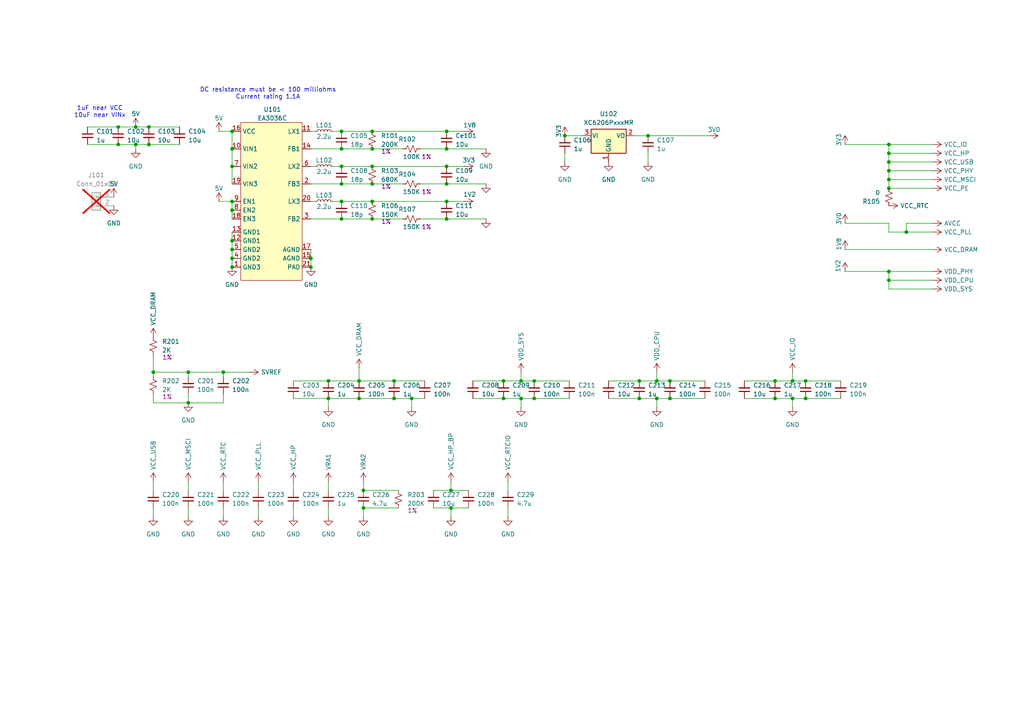
<source format=kicad_sch>
(kicad_sch (version 20231120) (generator "eeschema") (generator_version "8.0")
  (paper "A4")
  (title_block (date "2024-03-23"))
  (lib_symbols
    (symbol "Connector_Generic:Conn_01x02" (pin_names (offset 1.016) hide)
      (property "Reference" "J" (at 0 2.54 0))
      (property "Value" "Conn_01x02" (at 0 -5.08 0))
      (symbol "Conn_01x02_1_1"
        (rectangle (start -1.27 -2.413) (end 0 -2.667) (stroke (width 0.1524)))
        (rectangle (start -1.27 0.127) (end 0 -0.127) (stroke (width 0.1524)))
        (rectangle (start -1.27 1.27) (end 1.27 -3.81) (stroke (width 0.254)) (fill (type background)))
        (pin passive line (at -5.08 0 0) (length 3.81) (name "Pin_1") (number "1"))
        (pin passive line (at -5.08 -2.54 0) (length 3.81) (name "Pin_2") (number "2"))
      )
    )
    (symbol "Device:C_Small" (pin_numbers hide) (pin_names (offset 0.254) hide)
      (property "Reference" "C" (at 0.254 1.778 0))
      (property "Value" "C_Small" (at 0.254 -2.032 0))
      (symbol "C_Small_0_1"
        (polyline (pts (xy -1.524 -0.508) (xy 1.524 -0.508)) (stroke (width 0.3302)))
        (polyline (pts (xy -1.524 0.508) (xy 1.524 0.508)) (stroke (width 0.3048)))
      )
      (symbol "C_Small_1_1"
        (pin passive line (at 0 2.54 270) (length 2.032) (name "~") (number "1"))
        (pin passive line (at 0 -2.54 90) (length 2.032) (name "~") (number "2"))
      )
    )
    (symbol "Device:L_Small" (pin_numbers hide) (pin_names (offset 0.254) hide)
      (property "Reference" "L" (at 0.762 1.016 0))
      (property "Value" "L_Small" (at 0.762 -1.016 0))
      (symbol "L_Small_0_1"
        (arc (start 0 -2.032) (mid 0.5058 -1.524) (end 0 -1.016))
        (arc (start 0 -1.016) (mid 0.5058 -0.508) (end 0 0))
        (arc (start 0 0) (mid 0.5058 0.508) (end 0 1.016))
        (arc (start 0 1.016) (mid 0.5058 1.524) (end 0 2.032))
      )
      (symbol "L_Small_1_1"
        (pin passive line (at 0 2.54 270) (length 0.508) (name "~") (number "1"))
        (pin passive line (at 0 -2.54 90) (length 0.508) (name "~") (number "2"))
      )
    )
    (symbol "Device:R_Small_US" (pin_numbers hide) (pin_names (offset 0.254) hide)
      (property "Reference" "R" (at 0.762 0.508 0))
      (property "Value" "R_Small_US" (at 0.762 -1.016 0))
      (symbol "R_Small_US_1_1"
        (polyline (pts (xy 0 0) (xy 1.016 -0.381) (xy 0 -0.762) (xy -1.016 -1.143) (xy 0 -1.524)))
        (polyline (pts (xy 0 1.524) (xy 1.016 1.143) (xy 0 0.762) (xy -1.016 0.381) (xy 0 0)))
        (pin passive line (at 0 2.54 270) (length 1.016) (name "~") (number "1"))
        (pin passive line (at 0 -2.54 90) (length 1.016) (name "~") (number "2"))
      )
    )
    (symbol "Regulator_Linear:XC6206PxxxMR" (pin_names (offset 0.254))
      (property "Reference" "U" (at -3.81 3.175 0))
      (property "Value" "XC6206PxxxMR" (at 0 3.175 0))
      (symbol "XC6206PxxxMR_0_1"
        (rectangle (start -5.08 1.905) (end 5.08 -5.08) (stroke (width 0.254)) (fill (type background)))
      )
      (symbol "XC6206PxxxMR_1_1"
        (pin power_in line (at 0 -7.62 90) (length 2.54) (name "GND") (number "1"))
        (pin power_out line (at 7.62 0 180) (length 2.54) (name "VO") (number "2"))
        (pin power_in line (at -7.62 0 0) (length 2.54) (name "VI") (number "3"))
      )
    )
    (symbol "power:GND" (power) (pin_numbers hide) (pin_names (offset 0) hide)
      (property "Value" "GND" (at 0 -3.81 0))
      (symbol "GND_0_1"
        (polyline (pts (xy 0 0) (xy 0 -1.27) (xy 1.27 -1.27) (xy 0 -2.54) (xy -1.27 -1.27) (xy 0 -1.27)))
      )
      (symbol "GND_1_1"
        (pin power_in line (at 0 0 270) (length 0) (name "~") (number "1"))
      )
    )
    (symbol "power:VCC" (power) (pin_numbers hide) (pin_names (offset 0) hide)
      (property "Value" "VCC" (at 0 3.556 0))
      (symbol "VCC_0_1"
        (polyline (pts (xy -0.762 1.27) (xy 0 2.54)))
        (polyline (pts (xy 0 0) (xy 0 2.54)))
        (polyline (pts (xy 0 2.54) (xy 0.762 1.27)))
      )
      (symbol "VCC_1_1"
        (pin power_in line (at 0 0 90) (length 0) (name "~") (number "1"))
      )
    )
    (symbol "v3s-devboard-module:EA3036C"
      (property "Reference" "U" (at 0 16.51 0))
      (property "Value" "EA3036C" (at -5.08 -31.75 0))
      (symbol "EA3036C_0_1"
        (rectangle (start -8.89 15.24) (end 8.89 -30.48) (fill (type background)))
        (pin unspecified line (at -11.43 -26.67 0) (length 2.54) (name "GND3") (number "1"))
        (pin unspecified line (at -11.43 7.62 0) (length 2.54) (name "VIN1") (number "10"))
        (pin unspecified line (at 11.43 12.7 180) (length 2.54) (name "LX1") (number "11"))
        (pin unspecified line (at -11.43 -19.05 0) (length 2.54) (name "GND1") (number "12"))
        (pin unspecified line (at -11.43 -16.51 0) (length 2.54) (name "GND1") (number "13"))
        (pin unspecified line (at 11.43 7.62 180) (length 2.54) (name "FB1") (number "14"))
        (pin unspecified line (at 11.43 -24.13 180) (length 2.54) (name "AGND") (number "15"))
        (pin unspecified line (at -11.43 12.7 0) (length 2.54) (name "VCC") (number "16"))
        (pin unspecified line (at 11.43 -21.59 180) (length 2.54) (name "AGND") (number "17"))
        (pin unspecified line (at -11.43 -12.7 0) (length 2.54) (name "EN3") (number "18"))
        (pin unspecified line (at -11.43 -2.54 0) (length 2.54) (name "VIN3") (number "19"))
        (pin unspecified line (at 11.43 -2.54 180) (length 2.54) (name "FB3") (number "2"))
        (pin unspecified line (at 11.43 -7.62 180) (length 2.54) (name "LX3") (number "20"))
        (pin unspecified line (at 11.43 -26.67 180) (length 2.54) (name "PAD") (number "21"))
        (pin unspecified line (at 11.43 -12.7 180) (length 2.54) (name "FB2") (number "3"))
        (pin unspecified line (at -11.43 -24.13 0) (length 2.54) (name "GND2") (number "4"))
        (pin unspecified line (at -11.43 -21.59 0) (length 2.54) (name "GND2") (number "5"))
        (pin unspecified line (at 11.43 2.54 180) (length 2.54) (name "LX2") (number "6"))
        (pin unspecified line (at -11.43 2.54 0) (length 2.54) (name "VIN2") (number "7"))
        (pin unspecified line (at -11.43 -10.16 0) (length 2.54) (name "EN2") (number "8"))
        (pin unspecified line (at -11.43 -7.62 0) (length 2.54) (name "EN1") (number "9"))
      )
    )
  )
  (junction (at 67.31 74.93))
  (junction (at 107.95 48.26))
  (junction (at 34.29 36.83))
  (junction (at 64.77 107.95))
  (junction (at 105.41 147.32))
  (junction (at 107.95 43.18))
  (junction (at 67.31 77.47))
  (junction (at 146.05 115.57))
  (junction (at 119.38 115.57))
  (junction (at 151.13 115.57))
  (junction (at 262.89 67.31))
  (junction (at 229.87 115.57))
  (junction (at 104.14 115.57))
  (junction (at 190.5 110.49))
  (junction (at 67.31 43.18))
  (junction (at 129.54 58.42))
  (junction (at 190.5 115.57))
  (junction (at 99.06 38.1))
  (junction (at 257.81 52.07))
  (junction (at 39.37 36.83))
  (junction (at 257.81 78.74))
  (junction (at 257.81 49.53))
  (junction (at 67.31 48.26))
  (junction (at 129.54 48.26))
  (junction (at 114.3 110.49))
  (junction (at 257.81 81.28))
  (junction (at 185.42 110.49))
  (junction (at 185.42 115.57))
  (junction (at 44.45 107.95))
  (junction (at 224.79 110.49))
  (junction (at 233.68 115.57))
  (junction (at 99.06 48.26))
  (junction (at 130.81 142.24))
  (junction (at 257.81 46.99))
  (junction (at 130.81 147.32))
  (junction (at 154.94 110.49))
  (junction (at 90.17 77.47))
  (junction (at 54.61 116.84))
  (junction (at 105.41 142.24))
  (junction (at 99.06 58.42))
  (junction (at 129.54 53.34))
  (junction (at 154.94 115.57))
  (junction (at 104.14 110.49))
  (junction (at 107.95 53.34))
  (junction (at 67.31 69.85))
  (junction (at 146.05 110.49))
  (junction (at 194.31 115.57))
  (junction (at 34.29 41.91))
  (junction (at 129.54 38.1))
  (junction (at 257.81 54.61))
  (junction (at 129.54 63.5))
  (junction (at 99.06 53.34))
  (junction (at 95.25 110.49))
  (junction (at 129.54 43.18))
  (junction (at 67.31 60.96))
  (junction (at 163.83 39.37))
  (junction (at 233.68 110.49))
  (junction (at 151.13 110.49))
  (junction (at 229.87 110.49))
  (junction (at 99.06 43.18))
  (junction (at 43.18 41.91))
  (junction (at 257.81 41.91))
  (junction (at 194.31 110.49))
  (junction (at 67.31 58.42))
  (junction (at 187.96 39.37))
  (junction (at 99.06 63.5))
  (junction (at 43.18 36.83))
  (junction (at 67.31 72.39))
  (junction (at 90.17 74.93))
  (junction (at 107.95 63.5))
  (junction (at 224.79 115.57))
  (junction (at 54.61 107.95))
  (junction (at 39.37 41.91))
  (junction (at 107.95 58.42))
  (junction (at 114.3 115.57))
  (junction (at 107.95 38.1))
  (junction (at 67.31 38.1))
  (junction (at 257.81 44.45))
  (junction (at 95.25 115.57))
  (wire (pts (xy 257.81 49.53) (xy 270.51 49.53)))
  (wire (pts (xy 257.81 52.07) (xy 257.81 54.61)))
  (wire (pts (xy 257.81 54.61) (xy 270.51 54.61)))
  (wire (pts (xy 64.77 107.95) (xy 72.39 107.95)))
  (wire (pts (xy 229.87 110.49) (xy 233.68 110.49)))
  (wire (pts (xy 245.11 78.74) (xy 257.81 78.74)))
  (wire (pts (xy 215.9 110.49) (xy 224.79 110.49)))
  (wire (pts (xy 257.81 41.91) (xy 270.51 41.91)))
  (wire (pts (xy 129.54 38.1) (xy 134.62 38.1)))
  (wire (pts (xy 187.96 44.45) (xy 187.96 46.99)))
  (wire (pts (xy 44.45 109.22) (xy 44.45 107.95)))
  (wire (pts (xy 257.81 52.07) (xy 270.51 52.07)))
  (wire (pts (xy 190.5 115.57) (xy 190.5 118.11)))
  (wire (pts (xy 44.45 116.84) (xy 44.45 114.3)))
  (wire (pts (xy 107.95 38.1) (xy 129.54 38.1)))
  (wire (pts (xy 85.09 147.32) (xy 85.09 149.86)))
  (wire (pts (xy 151.13 115.57) (xy 154.94 115.57)))
  (wire (pts (xy 257.81 46.99) (xy 257.81 49.53)))
  (wire (pts (xy 121.92 63.5) (xy 129.54 63.5)))
  (wire (pts (xy 67.31 72.39) (xy 67.31 74.93)))
  (wire (pts (xy 67.31 69.85) (xy 67.31 72.39)))
  (wire (pts (xy 151.13 110.49) (xy 154.94 110.49)))
  (wire (pts (xy 194.31 110.49) (xy 204.47 110.49)))
  (wire (pts (xy 257.81 83.82) (xy 270.51 83.82)))
  (wire (pts (xy 44.45 139.7) (xy 44.45 142.24)))
  (wire (pts (xy 95.25 115.57) (xy 104.14 115.57)))
  (wire (pts (xy 187.96 39.37) (xy 205.74 39.37)))
  (wire (pts (xy 85.09 110.49) (xy 95.25 110.49)))
  (wire (pts (xy 67.31 74.93) (xy 67.31 77.47)))
  (wire (pts (xy 95.25 115.57) (xy 95.25 118.11)))
  (wire (pts (xy 90.17 63.5) (xy 99.06 63.5)))
  (wire (pts (xy 85.09 139.7) (xy 85.09 142.24)))
  (wire (pts (xy 129.54 58.42) (xy 134.62 58.42)))
  (wire (pts (xy 96.52 38.1) (xy 99.06 38.1)))
  (wire (pts (xy 25.4 36.83) (xy 34.29 36.83)))
  (wire (pts (xy 107.95 63.5) (xy 116.84 63.5)))
  (wire (pts (xy 137.16 115.57) (xy 146.05 115.57)))
  (wire (pts (xy 229.87 107.95) (xy 229.87 110.49)))
  (wire (pts (xy 99.06 58.42) (xy 107.95 58.42)))
  (wire (pts (xy 90.17 74.93) (xy 90.17 77.47)))
  (wire (pts (xy 67.31 48.26) (xy 67.31 53.34)))
  (wire (pts (xy 129.54 48.26) (xy 134.62 48.26)))
  (wire (pts (xy 262.89 64.77) (xy 262.89 67.31)))
  (wire (pts (xy 224.79 110.49) (xy 229.87 110.49)))
  (wire (pts (xy 257.81 41.91) (xy 257.81 44.45)))
  (wire (pts (xy 130.81 147.32) (xy 135.89 147.32)))
  (wire (pts (xy 184.15 39.37) (xy 187.96 39.37)))
  (wire (pts (xy 215.9 115.57) (xy 224.79 115.57)))
  (wire (pts (xy 262.89 64.77) (xy 270.51 64.77)))
  (wire (pts (xy 39.37 41.91) (xy 39.37 43.18)))
  (wire (pts (xy 257.81 44.45) (xy 257.81 46.99)))
  (wire (pts (xy 107.95 58.42) (xy 129.54 58.42)))
  (wire (pts (xy 114.3 115.57) (xy 119.38 115.57)))
  (wire (pts (xy 176.53 110.49) (xy 185.42 110.49)))
  (wire (pts (xy 257.81 64.77) (xy 257.81 67.31)))
  (wire (pts (xy 54.61 147.32) (xy 54.61 149.86)))
  (wire (pts (xy 245.11 72.39) (xy 270.51 72.39)))
  (wire (pts (xy 119.38 115.57) (xy 123.19 115.57)))
  (wire (pts (xy 105.41 142.24) (xy 115.57 142.24)))
  (wire (pts (xy 44.45 107.95) (xy 54.61 107.95)))
  (wire (pts (xy 257.81 78.74) (xy 270.51 78.74)))
  (wire (pts (xy 105.41 147.32) (xy 105.41 149.86)))
  (wire (pts (xy 39.37 36.83) (xy 43.18 36.83)))
  (wire (pts (xy 64.77 139.7) (xy 64.77 142.24)))
  (wire (pts (xy 229.87 115.57) (xy 229.87 118.11)))
  (wire (pts (xy 67.31 38.1) (xy 67.31 43.18)))
  (wire (pts (xy 147.32 139.7) (xy 147.32 142.24)))
  (wire (pts (xy 74.93 139.7) (xy 74.93 142.24)))
  (wire (pts (xy 99.06 63.5) (xy 107.95 63.5)))
  (wire (pts (xy 54.61 109.22) (xy 54.61 107.95)))
  (wire (pts (xy 63.5 58.42) (xy 67.31 58.42)))
  (wire (pts (xy 107.95 53.34) (xy 116.84 53.34)))
  (wire (pts (xy 185.42 115.57) (xy 190.5 115.57)))
  (wire (pts (xy 245.11 41.91) (xy 257.81 41.91)))
  (wire (pts (xy 90.17 58.42) (xy 91.44 58.42)))
  (wire (pts (xy 104.14 115.57) (xy 114.3 115.57)))
  (wire (pts (xy 90.17 48.26) (xy 91.44 48.26)))
  (wire (pts (xy 74.93 147.32) (xy 74.93 149.86)))
  (wire (pts (xy 137.16 110.49) (xy 146.05 110.49)))
  (wire (pts (xy 163.83 44.45) (xy 163.83 46.99)))
  (wire (pts (xy 154.94 115.57) (xy 165.1 115.57)))
  (wire (pts (xy 125.73 147.32) (xy 130.81 147.32)))
  (wire (pts (xy 95.25 110.49) (xy 104.14 110.49)))
  (wire (pts (xy 99.06 43.18) (xy 107.95 43.18)))
  (wire (pts (xy 54.61 116.84) (xy 44.45 116.84)))
  (wire (pts (xy 96.52 48.26) (xy 99.06 48.26)))
  (wire (pts (xy 151.13 115.57) (xy 151.13 118.11)))
  (wire (pts (xy 90.17 72.39) (xy 90.17 74.93)))
  (wire (pts (xy 43.18 41.91) (xy 52.07 41.91)))
  (wire (pts (xy 194.31 115.57) (xy 204.47 115.57)))
  (wire (pts (xy 125.73 142.24) (xy 130.81 142.24)))
  (wire (pts (xy 34.29 36.83) (xy 39.37 36.83)))
  (wire (pts (xy 99.06 38.1) (xy 107.95 38.1)))
  (wire (pts (xy 105.41 139.7) (xy 105.41 142.24)))
  (wire (pts (xy 130.81 147.32) (xy 130.81 149.86)))
  (wire (pts (xy 257.81 81.28) (xy 257.81 83.82)))
  (wire (pts (xy 257.81 44.45) (xy 270.51 44.45)))
  (wire (pts (xy 151.13 107.95) (xy 151.13 110.49)))
  (wire (pts (xy 95.25 147.32) (xy 95.25 149.86)))
  (wire (pts (xy 257.81 78.74) (xy 257.81 81.28)))
  (wire (pts (xy 190.5 110.49) (xy 194.31 110.49)))
  (wire (pts (xy 245.11 64.77) (xy 257.81 64.77)))
  (wire (pts (xy 257.81 46.99) (xy 270.51 46.99)))
  (wire (pts (xy 224.79 115.57) (xy 229.87 115.57)))
  (wire (pts (xy 43.18 36.83) (xy 52.07 36.83)))
  (wire (pts (xy 39.37 41.91) (xy 43.18 41.91)))
  (wire (pts (xy 146.05 115.57) (xy 151.13 115.57)))
  (wire (pts (xy 233.68 110.49) (xy 243.84 110.49)))
  (wire (pts (xy 90.17 38.1) (xy 91.44 38.1)))
  (wire (pts (xy 90.17 53.34) (xy 99.06 53.34)))
  (wire (pts (xy 147.32 147.32) (xy 147.32 149.86)))
  (wire (pts (xy 257.81 49.53) (xy 257.81 52.07)))
  (wire (pts (xy 44.45 147.32) (xy 44.45 149.86)))
  (wire (pts (xy 262.89 67.31) (xy 270.51 67.31)))
  (wire (pts (xy 129.54 53.34) (xy 140.97 53.34)))
  (wire (pts (xy 54.61 114.3) (xy 54.61 116.84)))
  (wire (pts (xy 67.31 60.96) (xy 67.31 63.5)))
  (wire (pts (xy 119.38 115.57) (xy 119.38 118.11)))
  (wire (pts (xy 257.81 81.28) (xy 270.51 81.28)))
  (wire (pts (xy 146.05 110.49) (xy 151.13 110.49)))
  (wire (pts (xy 233.68 115.57) (xy 243.84 115.57)))
  (wire (pts (xy 99.06 48.26) (xy 107.95 48.26)))
  (wire (pts (xy 85.09 115.57) (xy 95.25 115.57)))
  (wire (pts (xy 54.61 139.7) (xy 54.61 142.24)))
  (wire (pts (xy 96.52 58.42) (xy 99.06 58.42)))
  (wire (pts (xy 64.77 107.95) (xy 54.61 107.95)))
  (wire (pts (xy 129.54 43.18) (xy 140.97 43.18)))
  (wire (pts (xy 257.81 67.31) (xy 262.89 67.31)))
  (wire (pts (xy 54.61 116.84) (xy 64.77 116.84)))
  (wire (pts (xy 176.53 115.57) (xy 185.42 115.57)))
  (wire (pts (xy 185.42 110.49) (xy 190.5 110.49)))
  (wire (pts (xy 114.3 110.49) (xy 123.19 110.49)))
  (wire (pts (xy 67.31 43.18) (xy 67.31 48.26)))
  (wire (pts (xy 67.31 67.31) (xy 67.31 69.85)))
  (wire (pts (xy 163.83 39.37) (xy 168.91 39.37)))
  (wire (pts (xy 34.29 41.91) (xy 39.37 41.91)))
  (wire (pts (xy 95.25 139.7) (xy 95.25 142.24)))
  (wire (pts (xy 154.94 110.49) (xy 165.1 110.49)))
  (wire (pts (xy 190.5 107.95) (xy 190.5 110.49)))
  (wire (pts (xy 229.87 115.57) (xy 233.68 115.57)))
  (wire (pts (xy 107.95 48.26) (xy 129.54 48.26)))
  (wire (pts (xy 90.17 43.18) (xy 99.06 43.18)))
  (wire (pts (xy 107.95 43.18) (xy 116.84 43.18)))
  (wire (pts (xy 129.54 63.5) (xy 140.97 63.5)))
  (wire (pts (xy 44.45 102.87) (xy 44.45 107.95)))
  (wire (pts (xy 99.06 53.34) (xy 107.95 53.34)))
  (wire (pts (xy 130.81 142.24) (xy 135.89 142.24)))
  (wire (pts (xy 64.77 109.22) (xy 64.77 107.95)))
  (wire (pts (xy 64.77 147.32) (xy 64.77 149.86)))
  (wire (pts (xy 25.4 41.91) (xy 34.29 41.91)))
  (wire (pts (xy 190.5 115.57) (xy 194.31 115.57)))
  (wire (pts (xy 121.92 53.34) (xy 129.54 53.34)))
  (wire (pts (xy 67.31 58.42) (xy 67.31 60.96)))
  (wire (pts (xy 121.92 43.18) (xy 129.54 43.18)))
  (wire (pts (xy 130.81 139.7) (xy 130.81 142.24)))
  (wire (pts (xy 64.77 114.3) (xy 64.77 116.84)))
  (wire (pts (xy 104.14 106.68) (xy 104.14 110.49)))
  (wire (pts (xy 104.14 110.49) (xy 114.3 110.49)))
  (wire (pts (xy 63.5 38.1) (xy 67.31 38.1)))
  (wire (pts (xy 105.41 147.32) (xy 115.57 147.32)))
  (text "DC resistance must be < 100 milliohms\nCurrent rating 1.1A\n" (at 77.724 27.178 0) (effects (font (size 1.27 1.27))))
  (text "1uF near VCC\n10uF near VINx\n" (at 28.956 32.512 0) (effects (font (size 1.27 1.27))))
  (symbol (lib_id "Device:C_Small") (at 99.06 50.8 180) (unit 1)
    (property "Reference" "C108" (at 101.6 49.5235 0) (effects (justify right)))
    (property "Value" "18p" (at 101.6 52.0635 0) (effects (justify right)))
    (property "Footprint" "Capacitor_SMD:C_0402_1005Metric" (effects (hide yes)))
    (property "Description" "Unpolarized capacitor, small symbol" (effects (hide yes)))
    (property "LCSC" "C541431" (effects (hide yes)))
  )
  (symbol (lib_id "power:GND") (at 140.97 53.34 0) (unit 1)
    (property "Reference" "#PWR012" (effects (hide yes)))
    (property "Value" "GND" (effects (hide yes)))
    (property "Description" "Power symbol creates a global label with name \"GND\" , ground" (effects (hide yes)))
  )
  (symbol (lib_id "Device:C_Small") (at 54.61 144.78 180) (unit 1)
    (property "Reference" "C221" (at 57.15 143.5035 0) (effects (justify right)))
    (property "Value" "100n" (at 57.15 146.0435 0) (effects (justify right)))
    (property "Footprint" "Capacitor_SMD:C_0402_1005Metric" (effects (hide yes)))
    (property "Description" "Unpolarized capacitor, small symbol" (effects (hide yes)))
    (property "LCSC" "C1525" (effects (hide yes)))
  )
  (symbol (lib_id "power:VCC") (at 130.81 139.7 0) (unit 1)
    (property "Reference" "#PWR065" (effects (hide yes)))
    (property "Value" "VCC_HP_BP" (at 130.81 136.398 90) (effects (justify left)))
    (property "Description" "Power symbol creates a global label with name \"VCC\"" (effects (hide yes)))
  )
  (symbol (lib_id "Device:R_Small_US") (at 107.95 40.64 0) (unit 1)
    (property "Reference" "R101" (at 110.49 39.3699 0) (effects (justify left)))
    (property "Value" "200K" (at 110.49 41.9099 0) (effects (justify left)))
    (property "Footprint" "Resistor_SMD:R_0402_1005Metric" (effects (hide yes)))
    (property "Description" "Resistor, small US symbol" (effects (hide yes)))
    (property "Precision" "1%" (at 112.014 43.942 0))
    (property "LCSC" "C114763" (effects (hide yes)))
  )
  (symbol (lib_id "Device:C_Small") (at 95.25 144.78 180) (unit 1)
    (property "Reference" "C225" (at 97.79 143.5035 0) (effects (justify right)))
    (property "Value" "1u" (at 97.79 146.0435 0) (effects (justify right)))
    (property "Footprint" "Capacitor_SMD:C_0603_1608Metric" (effects (hide yes)))
    (property "Description" "Unpolarized capacitor, small symbol" (effects (hide yes)))
    (property "LCSC" "C5673" (effects (hide yes)))
  )
  (symbol (lib_id "power:VCC") (at 270.51 72.39 270) (unit 1)
    (property "Reference" "#PWR072" (effects (hide yes)))
    (property "Value" "VCC_DRAM" (at 273.812 72.39 90) (effects (justify left)))
    (property "Description" "Power symbol creates a global label with name \"VCC\"" (effects (hide yes)))
  )
  (symbol (lib_id "Device:C_Small") (at 163.83 41.91 180) (unit 1)
    (property "Reference" "C106" (at 166.37 40.6335 0) (effects (justify right)))
    (property "Value" "1u" (at 166.37 43.1735 0) (effects (justify right)))
    (property "Footprint" "Capacitor_SMD:C_0603_1608Metric" (effects (hide yes)))
    (property "Description" "Unpolarized capacitor, small symbol" (effects (hide yes)))
    (property "LCSC" "C5673" (effects (hide yes)))
  )
  (symbol (lib_id "Device:C_Small") (at 85.09 113.03 180) (unit 1)
    (property "Reference" "C203" (at 87.63 111.7535 0) (effects (justify right)))
    (property "Value" "10u" (at 87.63 114.2935 0) (effects (justify right)))
    (property "Footprint" "Capacitor_SMD:C_0603_1608Metric" (effects (hide yes)))
    (property "Description" "Unpolarized capacitor, small symbol" (effects (hide yes)))
    (property "LCSC" "C1691" (effects (hide yes)))
  )
  (symbol (lib_id "Device:C_Small") (at 137.16 113.03 180) (unit 1)
    (property "Reference" "C208" (at 139.7 111.7535 0) (effects (justify right)))
    (property "Value" "10u" (at 139.7 114.2935 0) (effects (justify right)))
    (property "Footprint" "Capacitor_SMD:C_0603_1608Metric" (effects (hide yes)))
    (property "Description" "Unpolarized capacitor, small symbol" (effects (hide yes)))
    (property "LCSC" "C1691" (effects (hide yes)))
  )
  (symbol (lib_id "power:GND") (at 190.5 118.11 0) (unit 1)
    (property "Reference" "#PWR095" (effects (hide yes)))
    (property "Value" "GND" (at 190.5 123.19 0))
    (property "Description" "Power symbol creates a global label with name \"GND\" , ground" (effects (hide yes)))
  )
  (symbol (lib_id "power:VCC") (at 147.32 139.7 0) (unit 1)
    (property "Reference" "#PWR074" (effects (hide yes)))
    (property "Value" "VCC_RTCIO" (at 147.32 136.398 90) (effects (justify left)))
    (property "Description" "Power symbol creates a global label with name \"VCC\"" (effects (hide yes)))
  )
  (symbol (lib_id "power:VCC") (at 39.37 36.83 0) (unit 1)
    (property "Reference" "#PWR01" (effects (hide yes)))
    (property "Value" "5V" (at 38.1 33.02 0) (effects (justify left)))
    (property "Description" "Power symbol creates a global label with name \"VCC\"" (effects (hide yes)))
  )
  (symbol (lib_id "Device:R_Small_US") (at 107.95 60.96 0) (unit 1)
    (property "Reference" "R106" (at 110.49 59.6899 0) (effects (justify left)))
    (property "Value" "150K" (at 110.49 62.2299 0) (effects (justify left)))
    (property "Footprint" "Resistor_SMD:R_0402_1005Metric" (effects (hide yes)))
    (property "Description" "Resistor, small US symbol" (effects (hide yes)))
    (property "Precision" "1%" (at 112.014 64.262 0))
    (property "LCSC" "C93947" (effects (hide yes)))
  )
  (symbol (lib_id "Device:C_Small") (at 135.89 144.78 180) (unit 1)
    (property "Reference" "C228" (at 138.43 143.5035 0) (effects (justify right)))
    (property "Value" "100n" (at 138.43 146.0435 0) (effects (justify right)))
    (property "Footprint" "Capacitor_SMD:C_0402_1005Metric" (effects (hide yes)))
    (property "Description" "Unpolarized capacitor, small symbol" (effects (hide yes)))
    (property "LCSC" "C1525" (effects (hide yes)))
  )
  (symbol (lib_id "power:VCC") (at 72.39 107.95 270) (unit 1)
    (property "Reference" "#PWR075" (effects (hide yes)))
    (property "Value" "SVREF" (at 75.692 107.95 90) (effects (justify left)))
    (property "Description" "Power symbol creates a global label with name \"VCC\"" (effects (hide yes)))
  )
  (symbol (lib_id "Device:R_Small_US") (at 115.57 144.78 0) (unit 1)
    (property "Reference" "R203" (at 118.11 143.5099 0) (effects (justify left)))
    (property "Value" "200K" (at 118.11 146.0499 0) (effects (justify left)))
    (property "Footprint" "Resistor_SMD:R_0402_1005Metric" (effects (hide yes)))
    (property "Description" "Resistor, small US symbol" (effects (hide yes)))
    (property "Precision" "1%" (at 119.634 148.082 0))
    (property "LCSC" "C114763" (effects (hide yes)))
  )
  (symbol (lib_id "power:GND") (at 54.61 116.84 0) (unit 1)
    (property "Reference" "#PWR087" (effects (hide yes)))
    (property "Value" "GND" (at 54.61 121.92 0))
    (property "Description" "Power symbol creates a global label with name \"GND\" , ground" (effects (hide yes)))
  )
  (symbol (lib_id "power:GND") (at 119.38 118.11 0) (unit 1)
    (property "Reference" "#PWR091" (effects (hide yes)))
    (property "Value" "GND" (at 119.38 123.19 0))
    (property "Description" "Power symbol creates a global label with name \"GND\" , ground" (effects (hide yes)))
  )
  (symbol (lib_id "power:VCC") (at 270.51 54.61 270) (unit 1)
    (property "Reference" "#PWR078" (effects (hide yes)))
    (property "Value" "VCC_PE" (at 273.812 54.61 90) (effects (justify left)))
    (property "Description" "Power symbol creates a global label with name \"VCC\"" (effects (hide yes)))
  )
  (symbol (lib_id "power:VCC") (at 74.93 139.7 0) (unit 1)
    (property "Reference" "#PWR0101" (effects (hide yes)))
    (property "Value" "VCC_PLL" (at 74.93 136.398 90) (effects (justify left)))
    (property "Description" "Power symbol creates a global label with name \"VCC\"" (effects (hide yes)))
  )
  (symbol (lib_id "Connector_Generic:Conn_01x02") (at 27.94 57.15 0) (mirror y) (unit 1) (in_bom no) (dnp yes)
    (property "Reference" "J101" (at 27.94 50.8 0))
    (property "Value" "Conn_01x02" (at 27.94 53.34 0))
    (property "Footprint" "Connector_PinHeader_2.54mm:PinHeader_1x02_P2.54mm_Vertical" (effects (hide yes)))
    (property "Description" "Generic connector, single row, 01x02, script generated (kicad-library-utils/schlib/autogen/connector/)" (effects (hide yes)))
  )
  (symbol (lib_id "power:GND") (at 140.97 63.5 0) (unit 1)
    (property "Reference" "#PWR010" (effects (hide yes)))
    (property "Value" "GND" (effects (hide yes)))
    (property "Description" "Power symbol creates a global label with name \"GND\" , ground" (effects (hide yes)))
  )
  (symbol (lib_id "power:GND") (at 163.83 46.99 0) (unit 1)
    (property "Reference" "#PWR0121" (effects (hide yes)))
    (property "Value" "GND" (at 163.83 52.07 0))
    (property "Description" "Power symbol creates a global label with name \"GND\" , ground" (effects (hide yes)))
  )
  (symbol (lib_id "power:GND") (at 95.25 149.86 0) (unit 1)
    (property "Reference" "#PWR085" (effects (hide yes)))
    (property "Value" "GND" (at 95.25 154.94 0))
    (property "Description" "Power symbol creates a global label with name \"GND\" , ground" (effects (hide yes)))
  )
  (symbol (lib_id "power:VCC") (at 270.51 46.99 270) (unit 1)
    (property "Reference" "#PWR070" (effects (hide yes)))
    (property "Value" "VCC_USB" (at 273.812 46.99 90) (effects (justify left)))
    (property "Description" "Power symbol creates a global label with name \"VCC\"" (effects (hide yes)))
  )
  (symbol (lib_id "Device:C_Small") (at 64.77 111.76 180) (unit 1)
    (property "Reference" "C202" (at 67.31 110.4835 0) (effects (justify right)))
    (property "Value" "100n" (at 67.31 113.0235 0) (effects (justify right)))
    (property "Footprint" "Capacitor_SMD:C_0402_1005Metric" (effects (hide yes)))
    (property "Description" "Unpolarized capacitor, small symbol" (effects (hide yes)))
    (property "LCSC" "C1525" (effects (hide yes)))
  )
  (symbol (lib_id "power:VCC") (at 257.81 59.69 270) (unit 1)
    (property "Reference" "#PWR073" (effects (hide yes)))
    (property "Value" "VCC_RTC" (at 261.112 59.69 90) (effects (justify left)))
    (property "Description" "Power symbol creates a global label with name \"VCC\"" (effects (hide yes)))
  )
  (symbol (lib_id "power:VCC") (at 245.11 41.91 0) (unit 1)
    (property "Reference" "#PWR064" (effects (hide yes)))
    (property "Value" "3V3" (at 243.332 42.418 90) (effects (justify left)))
    (property "Description" "Power symbol creates a global label with name \"VCC\"" (effects (hide yes)))
  )
  (symbol (lib_id "power:VCC") (at 44.45 139.7 0) (unit 1)
    (property "Reference" "#PWR098" (effects (hide yes)))
    (property "Value" "VCC_USB" (at 44.45 136.398 90) (effects (justify left)))
    (property "Description" "Power symbol creates a global label with name \"VCC\"" (effects (hide yes)))
  )
  (symbol (lib_id "Device:C_Small") (at 176.53 113.03 180) (unit 1)
    (property "Reference" "C212" (at 179.07 111.7535 0) (effects (justify right)))
    (property "Value" "10u" (at 179.07 114.2935 0) (effects (justify right)))
    (property "Footprint" "Capacitor_SMD:C_0603_1608Metric" (effects (hide yes)))
    (property "Description" "Unpolarized capacitor, small symbol" (effects (hide yes)))
    (property "LCSC" "C1691" (effects (hide yes)))
  )
  (symbol (lib_id "power:GND") (at 176.53 46.99 0) (unit 1)
    (property "Reference" "#PWR063" (effects (hide yes)))
    (property "Value" "GND" (at 176.53 52.07 0))
    (property "Description" "Power symbol creates a global label with name \"GND\" , ground" (effects (hide yes)))
  )
  (symbol (lib_id "power:VCC") (at 63.5 38.1 0) (unit 1)
    (property "Reference" "#PWR03" (effects (hide yes)))
    (property "Value" "5V" (at 62.23 34.29 0) (effects (justify left)))
    (property "Description" "Power symbol creates a global label with name \"VCC\"" (effects (hide yes)))
  )
  (symbol (lib_id "Device:C_Small") (at 34.29 39.37 0) (unit 1)
    (property "Reference" "C102" (at 36.83 38.1062 0) (effects (justify left)))
    (property "Value" "10u" (at 36.83 40.6462 0) (effects (justify left)))
    (property "Footprint" "Capacitor_SMD:C_0603_1608Metric" (effects (hide yes)))
    (property "Description" "Unpolarized capacitor, small symbol" (effects (hide yes)))
    (property "LCSC" "C1691" (effects (hide yes)))
  )
  (symbol (lib_id "Device:R_Small_US") (at 119.38 63.5 90) (unit 1)
    (property "Reference" "R107" (at 120.65 60.706 90) (effects (justify left)))
    (property "Value" "150K" (at 121.92 65.786 90) (effects (justify left)))
    (property "Footprint" "Resistor_SMD:R_0402_1005Metric" (effects (hide yes)))
    (property "Description" "Resistor, small US symbol" (effects (hide yes)))
    (property "Precision" "1%" (at 123.698 65.786 90))
    (property "LCSC" "C93947" (effects (hide yes)))
  )
  (symbol (lib_id "Device:C_Small") (at 85.09 144.78 180) (unit 1)
    (property "Reference" "C224" (at 87.63 143.5035 0) (effects (justify right)))
    (property "Value" "100n" (at 87.63 146.0435 0) (effects (justify right)))
    (property "Footprint" "Capacitor_SMD:C_0402_1005Metric" (effects (hide yes)))
    (property "Description" "Unpolarized capacitor, small symbol" (effects (hide yes)))
    (property "LCSC" "C1525" (effects (hide yes)))
  )
  (symbol (lib_id "power:VCC") (at 270.51 64.77 270) (unit 1)
    (property "Reference" "#PWR061" (effects (hide yes)))
    (property "Value" "AVCC" (at 273.812 64.77 90) (effects (justify left)))
    (property "Description" "Power symbol creates a global label with name \"VCC\"" (effects (hide yes)))
  )
  (symbol (lib_id "power:GND") (at 147.32 149.86 0) (unit 1)
    (property "Reference" "#PWR0111" (effects (hide yes)))
    (property "Value" "GND" (at 147.32 154.94 0))
    (property "Description" "Power symbol creates a global label with name \"GND\" , ground" (effects (hide yes)))
  )
  (symbol (lib_id "Regulator_Linear:XC6206PxxxMR") (at 176.53 39.37 0) (unit 1)
    (property "Reference" "U102" (at 176.53 33.02 0))
    (property "Value" "XC6206PxxxMR" (at 176.53 35.56 0))
    (property "Footprint" "Package_TO_SOT_SMD:SOT-23-3" (effects (hide yes)))
    (property "Datasheet" "https://www.torexsemi.com/file/xc6206/XC6206.pdf" (effects (hide yes)))
    (property "Description" "Positive 60-250mA Low Dropout Regulator, Fixed Output, SOT-23" (effects (hide yes)))
    (property "LCSC" "C5148691" (effects (hide yes)))
  )
  (symbol (lib_id "Device:C_Small") (at 64.77 144.78 180) (unit 1)
    (property "Reference" "C222" (at 67.31 143.5035 0) (effects (justify right)))
    (property "Value" "100n" (at 67.31 146.0435 0) (effects (justify right)))
    (property "Footprint" "Capacitor_SMD:C_0402_1005Metric" (effects (hide yes)))
    (property "Description" "Unpolarized capacitor, small symbol" (effects (hide yes)))
    (property "LCSC" "C1525" (effects (hide yes)))
  )
  (symbol (lib_id "power:VCC") (at 190.5 107.95 0) (unit 1)
    (property "Reference" "#PWR094" (effects (hide yes)))
    (property "Value" "VDD_CPU" (at 190.5 104.648 90) (effects (justify left)))
    (property "Description" "Power symbol creates a global label with name \"VCC\"" (effects (hide yes)))
  )
  (symbol (lib_id "power:GND") (at 187.96 46.99 0) (unit 1)
    (property "Reference" "#PWR081" (effects (hide yes)))
    (property "Value" "GND" (at 187.96 52.07 0))
    (property "Description" "Power symbol creates a global label with name \"GND\" , ground" (effects (hide yes)))
  )
  (symbol (lib_id "power:GND") (at 74.93 149.86 0) (unit 1)
    (property "Reference" "#PWR0106" (effects (hide yes)))
    (property "Value" "GND" (at 74.93 154.94 0))
    (property "Description" "Power symbol creates a global label with name \"GND\" , ground" (effects (hide yes)))
  )
  (symbol (lib_id "power:VCC") (at 270.51 44.45 270) (unit 1)
    (property "Reference" "#PWR066" (effects (hide yes)))
    (property "Value" "VCC_HP" (at 273.812 44.45 90) (effects (justify left)))
    (property "Description" "Power symbol creates a global label with name \"VCC\"" (effects (hide yes)))
  )
  (symbol (lib_id "power:VCC") (at 270.51 41.91 270) (unit 1)
    (property "Reference" "#PWR060" (effects (hide yes)))
    (property "Value" "VCC_IO" (at 273.812 41.91 90) (effects (justify left)))
    (property "Description" "Power symbol creates a global label with name \"VCC\"" (effects (hide yes)))
  )
  (symbol (lib_id "power:VCC") (at 134.62 38.1 270) (unit 1)
    (property "Reference" "#PWR08" (effects (hide yes)))
    (property "Value" "1V8" (at 134.366 36.322 90) (effects (justify left)))
    (property "Description" "Power symbol creates a global label with name \"VCC\"" (effects (hide yes)))
  )
  (symbol (lib_id "Device:R_Small_US") (at 107.95 50.8 0) (unit 1)
    (property "Reference" "R103" (at 110.49 49.5299 0) (effects (justify left)))
    (property "Value" "680K" (at 110.49 52.0699 0) (effects (justify left)))
    (property "Footprint" "Resistor_SMD:R_0402_1005Metric" (effects (hide yes)))
    (property "Description" "Resistor, small US symbol" (effects (hide yes)))
    (property "Precision" "1%" (at 112.014 54.102 0))
    (property "LCSC" "C163456" (effects (hide yes)))
  )
  (symbol (lib_id "power:VCC") (at 95.25 139.7 0) (unit 1)
    (property "Reference" "#PWR068" (effects (hide yes)))
    (property "Value" "VRA1" (at 95.25 136.398 90) (effects (justify left)))
    (property "Description" "Power symbol creates a global label with name \"VCC\"" (effects (hide yes)))
  )
  (symbol (lib_id "power:VCC") (at 104.14 106.68 0) (unit 1)
    (property "Reference" "#PWR088" (effects (hide yes)))
    (property "Value" "VCC_DRAM" (at 104.14 103.378 90) (effects (justify left)))
    (property "Description" "Power symbol creates a global label with name \"VCC\"" (effects (hide yes)))
  )
  (symbol (lib_id "power:GND") (at 229.87 118.11 0) (unit 1)
    (property "Reference" "#PWR096" (effects (hide yes)))
    (property "Value" "GND" (at 229.87 123.19 0))
    (property "Description" "Power symbol creates a global label with name \"GND\" , ground" (effects (hide yes)))
  )
  (symbol (lib_id "Device:C_Small") (at 129.54 50.8 180) (unit 1)
    (property "Reference" "C109" (at 132.08 49.5235 0) (effects (justify right)))
    (property "Value" "10u" (at 132.08 52.0635 0) (effects (justify right)))
    (property "Footprint" "Capacitor_SMD:C_0603_1608Metric" (effects (hide yes)))
    (property "Description" "Unpolarized capacitor, small symbol" (effects (hide yes)))
    (property "LCSC" "C1691" (effects (hide yes)))
  )
  (symbol (lib_id "Device:C_Small") (at 43.18 39.37 0) (unit 1)
    (property "Reference" "C103" (at 45.72 38.1062 0) (effects (justify left)))
    (property "Value" "10u" (at 45.72 40.6462 0) (effects (justify left)))
    (property "Footprint" "Capacitor_SMD:C_0603_1608Metric" (effects (hide yes)))
    (property "Description" "Unpolarized capacitor, small symbol" (effects (hide yes)))
    (property "LCSC" "C1691" (effects (hide yes)))
  )
  (symbol (lib_id "Device:L_Small") (at 93.98 58.42 90) (unit 1)
    (property "Reference" "L103" (at 93.98 56.642 90))
    (property "Value" "2.2u" (at 93.98 59.944 90))
    (property "Footprint" "Inductor_SMD:L_1008_2520Metric" (effects (hide yes)))
    (property "Description" "Inductor, small symbol" (effects (hide yes)))
    (property "LCSC" "C86092" (effects (hide yes)))
  )
  (symbol (lib_id "Device:R_Small_US") (at 119.38 53.34 90) (unit 1)
    (property "Reference" "R104" (at 120.65 50.546 90) (effects (justify left)))
    (property "Value" "150K" (at 121.92 55.626 90) (effects (justify left)))
    (property "Footprint" "Resistor_SMD:R_0402_1005Metric" (effects (hide yes)))
    (property "Description" "Resistor, small US symbol" (effects (hide yes)))
    (property "Precision" "1%" (at 123.698 55.626 90))
    (property "LCSC" "C93947" (effects (hide yes)))
  )
  (symbol (lib_id "Device:C_Small") (at 146.05 113.03 180) (unit 1)
    (property "Reference" "C209" (at 148.59 111.7535 0) (effects (justify right)))
    (property "Value" "1u" (at 148.59 114.2935 0) (effects (justify right)))
    (property "Footprint" "Capacitor_SMD:C_0603_1608Metric" (effects (hide yes)))
    (property "Description" "Unpolarized capacitor, small symbol" (effects (hide yes)))
    (property "LCSC" "C5673" (effects (hide yes)))
  )
  (symbol (lib_id "Device:C_Small") (at 185.42 113.03 180) (unit 1)
    (property "Reference" "C213" (at 187.96 111.7535 0) (effects (justify right)))
    (property "Value" "1u" (at 187.96 114.2935 0) (effects (justify right)))
    (property "Footprint" "Capacitor_SMD:C_0603_1608Metric" (effects (hide yes)))
    (property "Description" "Unpolarized capacitor, small symbol" (effects (hide yes)))
    (property "LCSC" "C5673" (effects (hide yes)))
  )
  (symbol (lib_id "power:VCC") (at 205.74 39.37 270) (unit 1)
    (property "Reference" "#PWR082" (effects (hide yes)))
    (property "Value" "3V0" (at 205.232 37.592 90) (effects (justify left)))
    (property "Description" "Power symbol creates a global label with name \"VCC\"" (effects (hide yes)))
  )
  (symbol (lib_id "Device:C_Small") (at 129.54 40.64 180) (unit 1)
    (property "Reference" "Ce101" (at 132.08 39.3635 0) (effects (justify right)))
    (property "Value" "10u" (at 132.08 41.9035 0) (effects (justify right)))
    (property "Footprint" "Capacitor_SMD:C_0603_1608Metric" (effects (hide yes)))
    (property "Description" "Unpolarized capacitor, small symbol" (effects (hide yes)))
    (property "LCSC" "C1691" (effects (hide yes)))
  )
  (symbol (lib_id "Device:R_Small_US") (at 257.81 57.15 180) (unit 1)
    (property "Reference" "R105" (at 255.27 58.4201 0) (effects (justify left)))
    (property "Value" "0" (at 255.27 55.8801 0) (effects (justify left)))
    (property "Footprint" "Resistor_SMD:R_0402_1005Metric" (effects (hide yes)))
    (property "Description" "Resistor, small US symbol" (effects (hide yes)))
    (property "Precision" "1%" (effects (hide yes)))
    (property "LCSC" "C106231" (effects (hide yes)))
  )
  (symbol (lib_id "power:VCC") (at 54.61 139.7 0) (unit 1)
    (property "Reference" "#PWR099" (effects (hide yes)))
    (property "Value" "VCC_MSCI" (at 54.61 136.398 90) (effects (justify left)))
    (property "Description" "Power symbol creates a global label with name \"VCC\"" (effects (hide yes)))
  )
  (symbol (lib_id "Device:C_Small") (at 233.68 113.03 180) (unit 1)
    (property "Reference" "C218" (at 236.22 111.7535 0) (effects (justify right)))
    (property "Value" "100n" (at 236.22 114.2935 0) (effects (justify right)))
    (property "Footprint" "Capacitor_SMD:C_0402_1005Metric" (effects (hide yes)))
    (property "Description" "Unpolarized capacitor, small symbol" (effects (hide yes)))
    (property "LCSC" "C1525" (effects (hide yes)))
  )
  (symbol (lib_id "Device:C_Small") (at 224.79 113.03 180) (unit 1)
    (property "Reference" "C217" (at 227.33 111.7535 0) (effects (justify right)))
    (property "Value" "1u" (at 227.33 114.2935 0) (effects (justify right)))
    (property "Footprint" "Capacitor_SMD:C_0603_1608Metric" (effects (hide yes)))
    (property "Description" "Unpolarized capacitor, small symbol" (effects (hide yes)))
    (property "LCSC" "C5673" (effects (hide yes)))
  )
  (symbol (lib_id "Device:R_Small_US") (at 44.45 111.76 0) (unit 1)
    (property "Reference" "R202" (at 46.99 110.4899 0) (effects (justify left)))
    (property "Value" "2K" (at 46.99 113.0299 0) (effects (justify left)))
    (property "Footprint" "Resistor_SMD:R_0402_1005Metric" (effects (hide yes)))
    (property "Description" "Resistor, small US symbol" (effects (hide yes)))
    (property "Precision" "1%" (at 48.514 115.062 0))
    (property "LCSC" "C60488" (effects (hide yes)))
  )
  (symbol (lib_id "power:GND") (at 95.25 118.11 0) (unit 1)
    (property "Reference" "#PWR089" (effects (hide yes)))
    (property "Value" "GND" (at 95.25 123.19 0))
    (property "Description" "Power symbol creates a global label with name \"GND\" , ground" (effects (hide yes)))
  )
  (symbol (lib_id "power:VCC") (at 44.45 97.79 0) (unit 1)
    (property "Reference" "#PWR086" (effects (hide yes)))
    (property "Value" "VCC_DRAM" (at 44.45 94.488 90) (effects (justify left)))
    (property "Description" "Power symbol creates a global label with name \"VCC\"" (effects (hide yes)))
  )
  (symbol (lib_id "Device:C_Small") (at 44.45 144.78 180) (unit 1)
    (property "Reference" "C220" (at 46.99 143.5035 0) (effects (justify right)))
    (property "Value" "100n" (at 46.99 146.0435 0) (effects (justify right)))
    (property "Footprint" "Capacitor_SMD:C_0402_1005Metric" (effects (hide yes)))
    (property "Description" "Unpolarized capacitor, small symbol" (effects (hide yes)))
    (property "LCSC" "C1525" (effects (hide yes)))
  )
  (symbol (lib_id "Device:C_Small") (at 204.47 113.03 180) (unit 1)
    (property "Reference" "C215" (at 207.01 111.7535 0) (effects (justify right)))
    (property "Value" "100n" (at 207.01 114.2935 0) (effects (justify right)))
    (property "Footprint" "Capacitor_SMD:C_0402_1005Metric" (effects (hide yes)))
    (property "Description" "Unpolarized capacitor, small symbol" (effects (hide yes)))
    (property "LCSC" "C1525" (effects (hide yes)))
  )
  (symbol (lib_id "power:GND") (at 85.09 149.86 0) (unit 1)
    (property "Reference" "#PWR0107" (effects (hide yes)))
    (property "Value" "GND" (at 85.09 154.94 0))
    (property "Description" "Power symbol creates a global label with name \"GND\" , ground" (effects (hide yes)))
  )
  (symbol (lib_id "Device:C_Small") (at 95.25 113.03 180) (unit 1)
    (property "Reference" "C204" (at 97.79 111.7535 0) (effects (justify right)))
    (property "Value" "1u" (at 97.79 114.2935 0) (effects (justify right)))
    (property "Footprint" "Capacitor_SMD:C_0603_1608Metric" (effects (hide yes)))
    (property "Description" "Unpolarized capacitor, small symbol" (effects (hide yes)))
    (property "LCSC" "C5673" (effects (hide yes)))
  )
  (symbol (lib_id "power:VCC") (at 270.51 81.28 270) (unit 1)
    (property "Reference" "#PWR084" (effects (hide yes)))
    (property "Value" "VDD_CPU" (at 273.812 81.28 90) (effects (justify left)))
    (property "Description" "Power symbol creates a global label with name \"VCC\"" (effects (hide yes)))
  )
  (symbol (lib_id "power:GND") (at 64.77 149.86 0) (unit 1)
    (property "Reference" "#PWR0105" (effects (hide yes)))
    (property "Value" "GND" (at 64.77 154.94 0))
    (property "Description" "Power symbol creates a global label with name \"GND\" , ground" (effects (hide yes)))
  )
  (symbol (lib_id "power:VCC") (at 85.09 139.7 0) (unit 1)
    (property "Reference" "#PWR0102" (effects (hide yes)))
    (property "Value" "VCC_HP" (at 85.09 136.398 90) (effects (justify left)))
    (property "Description" "Power symbol creates a global label with name \"VCC\"" (effects (hide yes)))
  )
  (symbol (lib_id "Device:C_Small") (at 165.1 113.03 180) (unit 1)
    (property "Reference" "C211" (at 167.64 111.7535 0) (effects (justify right)))
    (property "Value" "100n" (at 167.64 114.2935 0) (effects (justify right)))
    (property "Footprint" "Capacitor_SMD:C_0402_1005Metric" (effects (hide yes)))
    (property "Description" "Unpolarized capacitor, small symbol" (effects (hide yes)))
    (property "LCSC" "C1525" (effects (hide yes)))
  )
  (symbol (lib_id "power:VCC") (at 33.02 57.15 0) (unit 1)
    (property "Reference" "#PWR0108" (effects (hide yes)))
    (property "Value" "5V" (at 31.75 53.34 0) (effects (justify left)))
    (property "Description" "Power symbol creates a global label with name \"VCC\"" (effects (hide yes)))
  )
  (symbol (lib_id "Device:C_Small") (at 147.32 144.78 180) (unit 1)
    (property "Reference" "C229" (at 149.86 143.5035 0) (effects (justify right)))
    (property "Value" "4.7u" (at 149.86 146.0435 0) (effects (justify right)))
    (property "Footprint" "Capacitor_SMD:C_0603_1608Metric" (effects (hide yes)))
    (property "Description" "Unpolarized capacitor, small symbol" (effects (hide yes)))
    (property "LCSC" "C1705" (effects (hide yes)))
  )
  (symbol (lib_id "power:GND") (at 39.37 43.18 0) (unit 1)
    (property "Reference" "#PWR02" (effects (hide yes)))
    (property "Value" "GND" (at 39.37 48.26 0))
    (property "Description" "Power symbol creates a global label with name \"GND\" , ground" (effects (hide yes)))
  )
  (symbol (lib_id "Device:C_Small") (at 154.94 113.03 180) (unit 1)
    (property "Reference" "C210" (at 157.48 111.7535 0) (effects (justify right)))
    (property "Value" "100n" (at 157.48 114.2935 0) (effects (justify right)))
    (property "Footprint" "Capacitor_SMD:C_0402_1005Metric" (effects (hide yes)))
    (property "Description" "Unpolarized capacitor, small symbol" (effects (hide yes)))
    (property "LCSC" "C1525" (effects (hide yes)))
  )
  (symbol (lib_id "Device:C_Small") (at 123.19 113.03 180) (unit 1)
    (property "Reference" "C207" (at 125.73 111.7535 0) (effects (justify right)))
    (property "Value" "100n" (at 125.73 114.2935 0) (effects (justify right)))
    (property "Footprint" "Capacitor_SMD:C_0402_1005Metric" (effects (hide yes)))
    (property "Description" "Unpolarized capacitor, small symbol" (effects (hide yes)))
    (property "LCSC" "C1525" (effects (hide yes)))
  )
  (symbol (lib_id "power:GND") (at 151.13 118.11 0) (unit 1)
    (property "Reference" "#PWR093" (effects (hide yes)))
    (property "Value" "GND" (at 151.13 123.19 0))
    (property "Description" "Power symbol creates a global label with name \"GND\" , ground" (effects (hide yes)))
  )
  (symbol (lib_id "Device:C_Small") (at 243.84 113.03 180) (unit 1)
    (property "Reference" "C219" (at 246.38 111.7535 0) (effects (justify right)))
    (property "Value" "100n" (at 246.38 114.2935 0) (effects (justify right)))
    (property "Footprint" "Capacitor_SMD:C_0402_1005Metric" (effects (hide yes)))
    (property "Description" "Unpolarized capacitor, small symbol" (effects (hide yes)))
    (property "LCSC" "C1525" (effects (hide yes)))
  )
  (symbol (lib_id "Device:C_Small") (at 74.93 144.78 180) (unit 1)
    (property "Reference" "C223" (at 77.47 143.5035 0) (effects (justify right)))
    (property "Value" "100n" (at 77.47 146.0435 0) (effects (justify right)))
    (property "Footprint" "Capacitor_SMD:C_0402_1005Metric" (effects (hide yes)))
    (property "Description" "Unpolarized capacitor, small symbol" (effects (hide yes)))
    (property "LCSC" "C1525" (effects (hide yes)))
  )
  (symbol (lib_id "Device:C_Small") (at 52.07 39.37 0) (unit 1)
    (property "Reference" "C104" (at 54.61 38.1062 0) (effects (justify left)))
    (property "Value" "10u" (at 54.61 40.6462 0) (effects (justify left)))
    (property "Footprint" "Capacitor_SMD:C_0603_1608Metric" (effects (hide yes)))
    (property "Description" "Unpolarized capacitor, small symbol" (effects (hide yes)))
    (property "LCSC" "C1691" (effects (hide yes)))
  )
  (symbol (lib_id "power:GND") (at 33.02 59.69 0) (unit 1)
    (property "Reference" "#PWR0122" (effects (hide yes)))
    (property "Value" "GND" (at 33.02 64.77 0))
    (property "Description" "Power symbol creates a global label with name \"GND\" , ground" (effects (hide yes)))
  )
  (symbol (lib_id "Device:C_Small") (at 54.61 111.76 180) (unit 1)
    (property "Reference" "C201" (at 57.15 110.4835 0) (effects (justify right)))
    (property "Value" "100n" (at 57.15 113.0235 0) (effects (justify right)))
    (property "Footprint" "Capacitor_SMD:C_0402_1005Metric" (effects (hide yes)))
    (property "Description" "Unpolarized capacitor, small symbol" (effects (hide yes)))
    (property "LCSC" "C1525" (effects (hide yes)))
  )
  (symbol (lib_id "Device:C_Small") (at 215.9 113.03 180) (unit 1)
    (property "Reference" "C216" (at 218.44 111.7535 0) (effects (justify right)))
    (property "Value" "10u" (at 218.44 114.2935 0) (effects (justify right)))
    (property "Footprint" "Capacitor_SMD:C_0603_1608Metric" (effects (hide yes)))
    (property "Description" "Unpolarized capacitor, small symbol" (effects (hide yes)))
    (property "LCSC" "C1691" (effects (hide yes)))
  )
  (symbol (lib_id "power:VCC") (at 64.77 139.7 0) (unit 1)
    (property "Reference" "#PWR0100" (effects (hide yes)))
    (property "Value" "VCC_RTC" (at 64.77 136.398 90) (effects (justify left)))
    (property "Description" "Power symbol creates a global label with name \"VCC\"" (effects (hide yes)))
  )
  (symbol (lib_id "Device:C_Small") (at 125.73 144.78 180) (unit 1)
    (property "Reference" "C227" (at 128.27 143.5035 0) (effects (justify right)))
    (property "Value" "10u" (at 128.27 146.0435 0) (effects (justify right)))
    (property "Footprint" "Capacitor_SMD:C_0603_1608Metric" (effects (hide yes)))
    (property "Description" "Unpolarized capacitor, small symbol" (effects (hide yes)))
    (property "LCSC" "C1691" (effects (hide yes)))
  )
  (symbol (lib_id "power:VCC") (at 245.11 78.74 0) (unit 1)
    (property "Reference" "#PWR076" (effects (hide yes)))
    (property "Value" "1V2" (at 243.078 78.994 90) (effects (justify left)))
    (property "Description" "Power symbol creates a global label with name \"VCC\"" (effects (hide yes)))
  )
  (symbol (lib_id "power:VCC") (at 270.51 67.31 270) (unit 1)
    (property "Reference" "#PWR062" (effects (hide yes)))
    (property "Value" "VCC_PLL" (at 273.812 67.31 90) (effects (justify left)))
    (property "Description" "Power symbol creates a global label with name \"VCC\"" (effects (hide yes)))
  )
  (symbol (lib_id "power:VCC") (at 245.11 64.77 0) (unit 1)
    (property "Reference" "#PWR083" (effects (hide yes)))
    (property "Value" "3V0" (at 243.332 65.278 90) (effects (justify left)))
    (property "Description" "Power symbol creates a global label with name \"VCC\"" (effects (hide yes)))
  )
  (symbol (lib_id "power:VCC") (at 105.41 139.7 0) (unit 1)
    (property "Reference" "#PWR067" (effects (hide yes)))
    (property "Value" "VRA2" (at 105.41 136.398 90) (effects (justify left)))
    (property "Description" "Power symbol creates a global label with name \"VCC\"" (effects (hide yes)))
  )
  (symbol (lib_id "Device:L_Small") (at 93.98 38.1 90) (unit 1)
    (property "Reference" "L101" (at 93.98 36.322 90))
    (property "Value" "2.2u" (at 93.98 39.624 90))
    (property "Footprint" "Inductor_SMD:L_1008_2520Metric" (effects (hide yes)))
    (property "Description" "Inductor, small symbol" (effects (hide yes)))
    (property "LCSC" "C86092" (effects (hide yes)))
  )
  (symbol (lib_id "Device:C_Small") (at 129.54 60.96 180) (unit 1)
    (property "Reference" "C111" (at 132.08 59.6835 0) (effects (justify right)))
    (property "Value" "10u" (at 132.08 62.2235 0) (effects (justify right)))
    (property "Footprint" "Capacitor_SMD:C_0603_1608Metric" (effects (hide yes)))
    (property "Description" "Unpolarized capacitor, small symbol" (effects (hide yes)))
    (property "LCSC" "C1691" (effects (hide yes)))
  )
  (symbol (lib_id "Device:C_Small") (at 104.14 113.03 180) (unit 1)
    (property "Reference" "C205" (at 106.68 111.7535 0) (effects (justify right)))
    (property "Value" "100n" (at 106.68 114.2935 0) (effects (justify right)))
    (property "Footprint" "Capacitor_SMD:C_0402_1005Metric" (effects (hide yes)))
    (property "Description" "Unpolarized capacitor, small symbol" (effects (hide yes)))
    (property "LCSC" "C1525" (effects (hide yes)))
  )
  (symbol (lib_id "power:VCC") (at 63.5 58.42 0) (unit 1)
    (property "Reference" "#PWR04" (effects (hide yes)))
    (property "Value" "5V" (at 62.23 54.61 0) (effects (justify left)))
    (property "Description" "Power symbol creates a global label with name \"VCC\"" (effects (hide yes)))
  )
  (symbol (lib_id "power:VCC") (at 270.51 83.82 270) (unit 1)
    (property "Reference" "#PWR090" (effects (hide yes)))
    (property "Value" "VDD_SYS" (at 273.812 83.82 90) (effects (justify left)))
    (property "Description" "Power symbol creates a global label with name \"VCC\"" (effects (hide yes)))
  )
  (symbol (lib_id "Device:C_Small") (at 25.4 39.37 0) (unit 1)
    (property "Reference" "C101" (at 27.94 38.1062 0) (effects (justify left)))
    (property "Value" "1u" (at 27.94 40.6462 0) (effects (justify left)))
    (property "Footprint" "Capacitor_SMD:C_0603_1608Metric" (effects (hide yes)))
    (property "Description" "Unpolarized capacitor, small symbol" (effects (hide yes)))
    (property "LCSC" "C5673" (effects (hide yes)))
  )
  (symbol (lib_id "Device:C_Small") (at 105.41 144.78 180) (unit 1)
    (property "Reference" "C226" (at 107.95 143.5035 0) (effects (justify right)))
    (property "Value" "4.7u" (at 107.95 146.0435 0) (effects (justify right)))
    (property "Footprint" "Capacitor_SMD:C_0603_1608Metric" (effects (hide yes)))
    (property "Description" "Unpolarized capacitor, small symbol" (effects (hide yes)))
    (property "LCSC" "C1705" (effects (hide yes)))
  )
  (symbol (lib_id "Device:C_Small") (at 99.06 40.64 180) (unit 1)
    (property "Reference" "C105" (at 101.6 39.3635 0) (effects (justify right)))
    (property "Value" "18p" (at 101.6 41.9035 0) (effects (justify right)))
    (property "Footprint" "Capacitor_SMD:C_0402_1005Metric" (effects (hide yes)))
    (property "Description" "Unpolarized capacitor, small symbol" (effects (hide yes)))
    (property "LCSC" "C541431" (effects (hide yes)))
  )
  (symbol (lib_id "power:GND") (at 90.17 77.47 0) (unit 1)
    (property "Reference" "#PWR06" (effects (hide yes)))
    (property "Value" "GND" (at 90.17 82.55 0))
    (property "Description" "Power symbol creates a global label with name \"GND\" , ground" (effects (hide yes)))
  )
  (symbol (lib_id "power:GND") (at 44.45 149.86 0) (unit 1)
    (property "Reference" "#PWR0103" (effects (hide yes)))
    (property "Value" "GND" (at 44.45 154.94 0))
    (property "Description" "Power symbol creates a global label with name \"GND\" , ground" (effects (hide yes)))
  )
  (symbol (lib_id "power:GND") (at 140.97 43.18 0) (unit 1)
    (property "Reference" "#PWR011" (effects (hide yes)))
    (property "Value" "GND" (at 140.97 48.26 0))
    (property "Description" "Power symbol creates a global label with name \"GND\" , ground" (effects (hide yes)))
  )
  (symbol (lib_id "power:VCC") (at 151.13 107.95 0) (unit 1)
    (property "Reference" "#PWR092" (effects (hide yes)))
    (property "Value" "VDD_SYS" (at 151.13 104.648 90) (effects (justify left)))
    (property "Description" "Power symbol creates a global label with name \"VCC\"" (effects (hide yes)))
  )
  (symbol (lib_id "Device:C_Small") (at 114.3 113.03 180) (unit 1)
    (property "Reference" "C206" (at 116.84 111.7535 0) (effects (justify right)))
    (property "Value" "1u" (at 116.84 114.2935 0) (effects (justify right)))
    (property "Footprint" "Capacitor_SMD:C_0603_1608Metric" (effects (hide yes)))
    (property "Description" "Unpolarized capacitor, small symbol" (effects (hide yes)))
    (property "LCSC" "C5673" (effects (hide yes)))
  )
  (symbol (lib_id "Device:R_Small_US") (at 44.45 100.33 0) (unit 1)
    (property "Reference" "R201" (at 46.99 99.0599 0) (effects (justify left)))
    (property "Value" "2K" (at 46.99 101.5999 0) (effects (justify left)))
    (property "Footprint" "Resistor_SMD:R_0402_1005Metric" (effects (hide yes)))
    (property "Description" "Resistor, small US symbol" (effects (hide yes)))
    (property "Precision" "1%" (at 48.514 103.632 0))
    (property "LCSC" "C60488" (effects (hide yes)))
  )
  (symbol (lib_id "power:VCC") (at 134.62 48.26 270) (unit 1)
    (property "Reference" "#PWR09" (effects (hide yes)))
    (property "Value" "3V3" (at 134.112 46.482 90) (effects (justify left)))
    (property "Description" "Power symbol creates a global label with name \"VCC\"" (effects (hide yes)))
  )
  (symbol (lib_id "Device:L_Small") (at 93.98 48.26 90) (unit 1)
    (property "Reference" "L102" (at 93.98 46.482 90))
    (property "Value" "2.2u" (at 93.98 49.784 90))
    (property "Footprint" "Inductor_SMD:L_1008_2520Metric" (effects (hide yes)))
    (property "Description" "Inductor, small symbol" (effects (hide yes)))
    (property "LCSC" "C86092" (effects (hide yes)))
  )
  (symbol (lib_id "power:GND") (at 54.61 149.86 0) (unit 1)
    (property "Reference" "#PWR0104" (effects (hide yes)))
    (property "Value" "GND" (at 54.61 154.94 0))
    (property "Description" "Power symbol creates a global label with name \"GND\" , ground" (effects (hide yes)))
  )
  (symbol (lib_id "Device:C_Small") (at 99.06 60.96 180) (unit 1)
    (property "Reference" "C110" (at 101.6 59.6835 0) (effects (justify right)))
    (property "Value" "18p" (at 101.6 62.2235 0) (effects (justify right)))
    (property "Footprint" "Capacitor_SMD:C_0402_1005Metric" (effects (hide yes)))
    (property "Description" "Unpolarized capacitor, small symbol" (effects (hide yes)))
    (property "LCSC" "C541431" (effects (hide yes)))
  )
  (symbol (lib_id "power:GND") (at 105.41 149.86 0) (unit 1)
    (property "Reference" "#PWR0109" (effects (hide yes)))
    (property "Value" "GND" (at 105.41 154.94 0))
    (property "Description" "Power symbol creates a global label with name \"GND\" , ground" (effects (hide yes)))
  )
  (symbol (lib_id "Device:C_Small") (at 194.31 113.03 180) (unit 1)
    (property "Reference" "C214" (at 196.85 111.7535 0) (effects (justify right)))
    (property "Value" "100n" (at 196.85 114.2935 0) (effects (justify right)))
    (property "Footprint" "Capacitor_SMD:C_0402_1005Metric" (effects (hide yes)))
    (property "Description" "Unpolarized capacitor, small symbol" (effects (hide yes)))
    (property "LCSC" "C1525" (effects (hide yes)))
  )
  (symbol (lib_id "power:GND") (at 130.81 149.86 0) (unit 1)
    (property "Reference" "#PWR0110" (effects (hide yes)))
    (property "Value" "GND" (at 130.81 154.94 0))
    (property "Description" "Power symbol creates a global label with name \"GND\" , ground" (effects (hide yes)))
  )
  (symbol (lib_id "power:VCC") (at 134.62 58.42 270) (unit 1)
    (property "Reference" "#PWR07" (effects (hide yes)))
    (property "Value" "1V2" (at 134.366 56.388 90) (effects (justify left)))
    (property "Description" "Power symbol creates a global label with name \"VCC\"" (effects (hide yes)))
  )
  (symbol (lib_id "power:VCC") (at 270.51 78.74 270) (unit 1)
    (property "Reference" "#PWR079" (effects (hide yes)))
    (property "Value" "VDD_PHY" (at 273.812 78.74 90) (effects (justify left)))
    (property "Description" "Power symbol creates a global label with name \"VCC\"" (effects (hide yes)))
  )
  (symbol (lib_id "power:VCC") (at 245.11 72.39 0) (unit 1)
    (property "Reference" "#PWR069" (effects (hide yes)))
    (property "Value" "1V8" (at 243.332 72.644 90) (effects (justify left)))
    (property "Description" "Power symbol creates a global label with name \"VCC\"" (effects (hide yes)))
  )
  (symbol (lib_id "power:VCC") (at 270.51 52.07 270) (unit 1)
    (property "Reference" "#PWR077" (effects (hide yes)))
    (property "Value" "VCC_MSCI" (at 273.812 52.07 90) (effects (justify left)))
    (property "Description" "Power symbol creates a global label with name \"VCC\"" (effects (hide yes)))
  )
  (symbol (lib_id "v3s-devboard-module:EA3036C") (at 78.74 50.8 0) (unit 1)
    (property "Reference" "U101" (at 78.994 31.75 0))
    (property "Value" "EA3036C" (at 78.994 34.29 0))
    (property "Footprint" "Package_DFN_QFN:WQFN-20-1EP_3x3mm_P0.4mm_EP1.7x1.7mm" (effects (hide yes)))
    (property "Datasheet" "https://lcsc.com/product-detail/PMIC-Battery-Management_Everanalog-IC-design-EA3036C_C570857.html" (effects (hide yes)))
    (property "LCSC" "C570857" (effects (hide yes)))
  )
  (symbol (lib_id "power:VCC") (at 229.87 107.95 0) (unit 1)
    (property "Reference" "#PWR097" (effects (hide yes)))
    (property "Value" "VCC_IO" (at 229.87 104.648 90) (effects (justify left)))
    (property "Description" "Power symbol creates a global label with name \"VCC\"" (effects (hide yes)))
  )
  (symbol (lib_id "power:VCC") (at 163.83 39.37 0) (unit 1)
    (property "Reference" "#PWR080" (effects (hide yes)))
    (property "Value" "3V3" (at 162.052 39.878 90) (effects (justify left)))
    (property "Description" "Power symbol creates a global label with name \"VCC\"" (effects (hide yes)))
  )
  (symbol (lib_id "power:GND") (at 67.31 77.47 0) (unit 1)
    (property "Reference" "#PWR05" (effects (hide yes)))
    (property "Value" "GND" (at 67.31 82.55 0))
    (property "Description" "Power symbol creates a global label with name \"GND\" , ground" (effects (hide yes)))
  )
  (symbol (lib_id "Device:C_Small") (at 187.96 41.91 180) (unit 1)
    (property "Reference" "C107" (at 190.5 40.6335 0) (effects (justify right)))
    (property "Value" "1u" (at 190.5 43.1735 0) (effects (justify right)))
    (property "Footprint" "Capacitor_SMD:C_0603_1608Metric" (effects (hide yes)))
    (property "Description" "Unpolarized capacitor, small symbol" (effects (hide yes)))
    (property "LCSC" "C5673" (effects (hide yes)))
  )
  (symbol (lib_id "Device:R_Small_US") (at 119.38 43.18 90) (unit 1)
    (property "Reference" "R102" (at 120.65 40.386 90) (effects (justify left)))
    (property "Value" "100K" (at 121.92 45.466 90) (effects (justify left)))
    (property "Footprint" "Resistor_SMD:R_0402_1005Metric" (effects (hide yes)))
    (property "Description" "Resistor, small US symbol" (effects (hide yes)))
    (property "Precision" "1%" (at 123.698 45.466 90))
    (property "LCSC" "C60491" (effects (hide yes)))
  )
  (symbol (lib_id "power:VCC") (at 270.51 49.53 270) (unit 1)
    (property "Reference" "#PWR071" (effects (hide yes)))
    (property "Value" "VCC_PHY" (at 273.812 49.53 90) (effects (justify left)))
    (property "Description" "Power symbol creates a global label with name \"VCC\"" (effects (hide yes)))
  )
)
</source>
